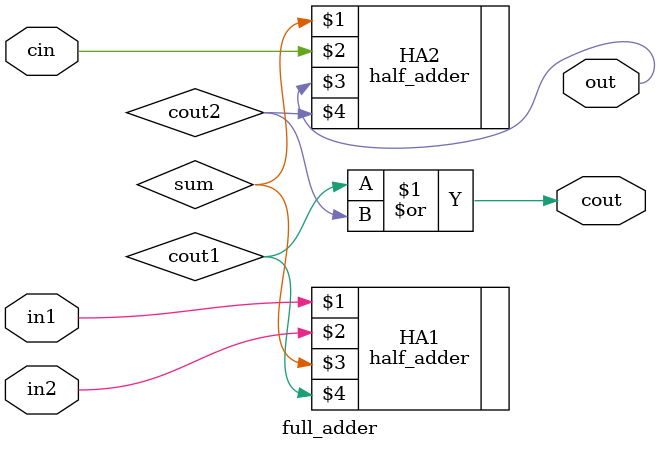
<source format=v>
`timescale 1ns / 1ps

module full_adder(input in1, input in2, input cin, output out , output cout );
    
    wire cout1,cout2;
    wire sum;
    
    half_adder HA1(in1, in2, sum, cout1);
    half_adder HA2(sum, cin, out, cout2);
    or g1( cout, cout1, cout2);
 
endmodule
</source>
